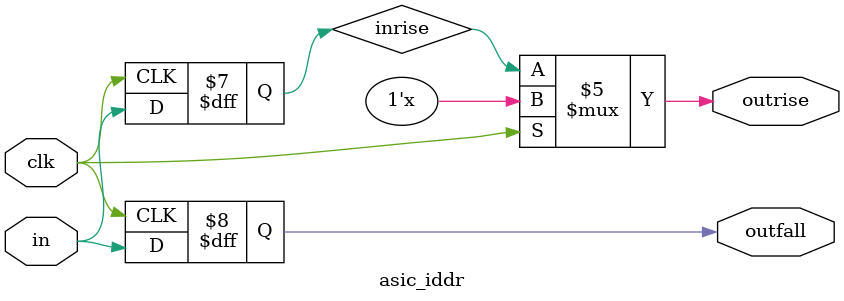
<source format=v>

module asic_iddr #(parameter PROP = "DEFAULT")   (
    input      clk,     // clock
    input      in,      // data input sampled on both edges of clock
    output reg outrise, // rising edge sample
    output reg outfall  // falling edge sample
    );

   // Negedge Sample
   always @ (negedge clk)
     outfall <= in;

   // Posedge Sample
   reg 	       inrise;
   always @ (posedge clk)
     inrise <= in;

   // Posedge Latch (for hold)
   always @ (clk or inrise)
     if(~clk)
       outrise <= inrise;

endmodule

</source>
